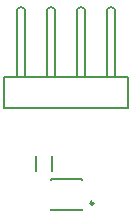
<source format=gbr>
G04*
G04 #@! TF.GenerationSoftware,Altium Limited,Altium Designer,23.3.1 (30)*
G04*
G04 Layer_Color=65535*
%FSLAX44Y44*%
%MOMM*%
G71*
G04*
G04 #@! TF.SameCoordinates,A5132160-A96E-405E-B0A8-EF484DAADAF8*
G04*
G04*
G04 #@! TF.FilePolarity,Positive*
G04*
G01*
G75*
%ADD10C,0.2500*%
%ADD11C,0.2000*%
D10*
X90380Y20560D02*
G03*
X90380Y20560I-1250J0D01*
G01*
D11*
X102210Y185000D02*
X105410Y187000D01*
X108610Y185000D01*
X102210Y127750D02*
Y185000D01*
X108610Y127750D02*
Y185000D01*
X51410D02*
X54610Y187000D01*
X57810Y185000D01*
X51410Y127750D02*
Y185000D01*
X57810Y127750D02*
Y185000D01*
X26010D02*
X29210Y187000D01*
X32410Y185000D01*
X26010Y127750D02*
Y185000D01*
X32410Y127750D02*
Y185000D01*
X15010Y100850D02*
X119610D01*
Y127750D01*
X15010D02*
X119610D01*
X15010Y100850D02*
Y127750D01*
X83210D02*
Y185000D01*
X76810Y127750D02*
Y185000D01*
X80010Y187000D02*
X83210Y185000D01*
X76810D02*
X80010Y187000D01*
X80630Y15060D02*
Y15560D01*
Y40560D02*
Y41060D01*
X54630D02*
X80630D01*
X54630Y15060D02*
Y15560D01*
Y40560D02*
Y41060D01*
Y15060D02*
X80630D01*
X55010Y48168D02*
Y60892D01*
X41510Y48168D02*
Y60892D01*
M02*

</source>
